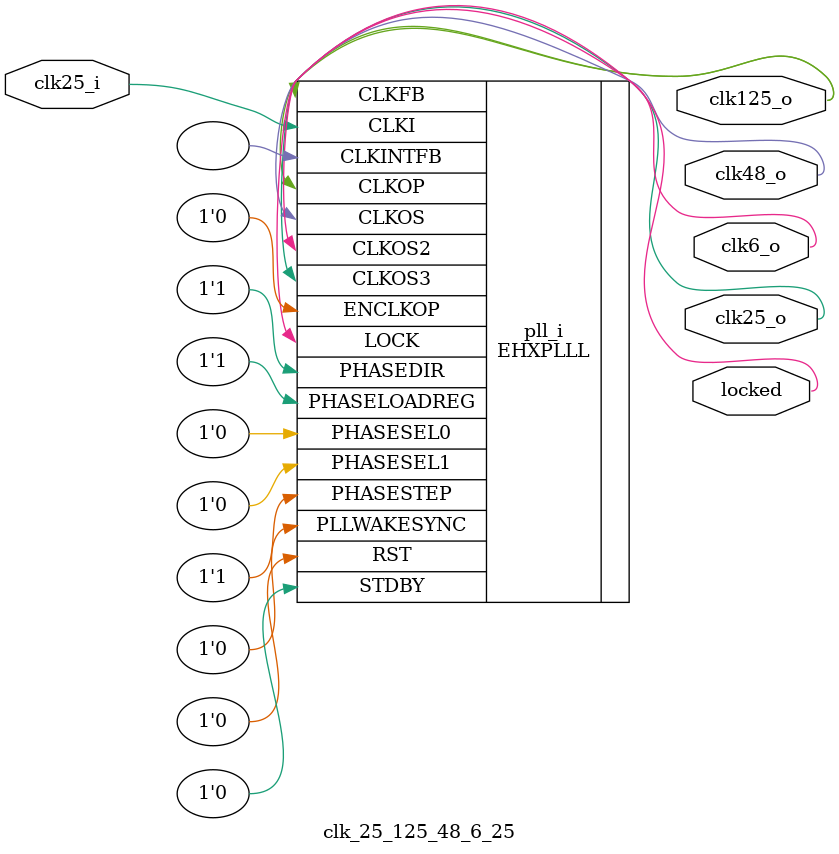
<source format=v>
module clk_25_125_48_6_25
(
    input clk25_i, // 25 MHz, 0 deg
    output clk125_o, // 125 MHz, 0 deg
    output clk48_o, // 48.0769 MHz, 0 deg
    output clk6_o, // 6.00962 MHz, 0 deg
    output clk25_o, // 25 MHz, 0 deg
    output locked
);
(* FREQUENCY_PIN_CLKI="25" *)
(* FREQUENCY_PIN_CLKOP="125" *)
(* FREQUENCY_PIN_CLKOS="48.0769" *)
(* FREQUENCY_PIN_CLKOS2="6.00962" *)
(* FREQUENCY_PIN_CLKOS3="25" *)
(* ICP_CURRENT="12" *) (* LPF_RESISTOR="8" *) (* MFG_ENABLE_FILTEROPAMP="1" *) (* MFG_GMCREF_SEL="2" *)
EHXPLLL #(
        .PLLRST_ENA("DISABLED"),
        .INTFB_WAKE("DISABLED"),
        .STDBY_ENABLE("DISABLED"),
        .DPHASE_SOURCE("DISABLED"),
        .OUTDIVIDER_MUXA("DIVA"),
        .OUTDIVIDER_MUXB("DIVB"),
        .OUTDIVIDER_MUXC("DIVC"),
        .OUTDIVIDER_MUXD("DIVD"),
        .CLKI_DIV(1),
        .CLKOP_ENABLE("ENABLED"),
        .CLKOP_DIV(5),
        .CLKOP_CPHASE(2),
        .CLKOP_FPHASE(0),
        .CLKOS_ENABLE("ENABLED"),
        .CLKOS_DIV(13),
        .CLKOS_CPHASE(2),
        .CLKOS_FPHASE(0),
        .CLKOS2_ENABLE("ENABLED"),
        .CLKOS2_DIV(104),
        .CLKOS2_CPHASE(2),
        .CLKOS2_FPHASE(0),
        .CLKOS3_ENABLE("ENABLED"),
        .CLKOS3_DIV(25),
        .CLKOS3_CPHASE(2),
        .CLKOS3_FPHASE(0),
        .FEEDBK_PATH("CLKOP"),
        .CLKFB_DIV(5)
    ) pll_i (
        .RST(1'b0),
        .STDBY(1'b0),
        .CLKI(clk25_i),
        .CLKOP(clk125_o),
        .CLKOS(clk48_o),
        .CLKOS2(clk6_o),
        .CLKOS3(clk25_o),
        .CLKFB(clk125_o),
        .CLKINTFB(),
        .PHASESEL0(1'b0),
        .PHASESEL1(1'b0),
        .PHASEDIR(1'b1),
        .PHASESTEP(1'b1),
        .PHASELOADREG(1'b1),
        .PLLWAKESYNC(1'b0),
        .ENCLKOP(1'b0),
        .LOCK(locked)
	);
endmodule

</source>
